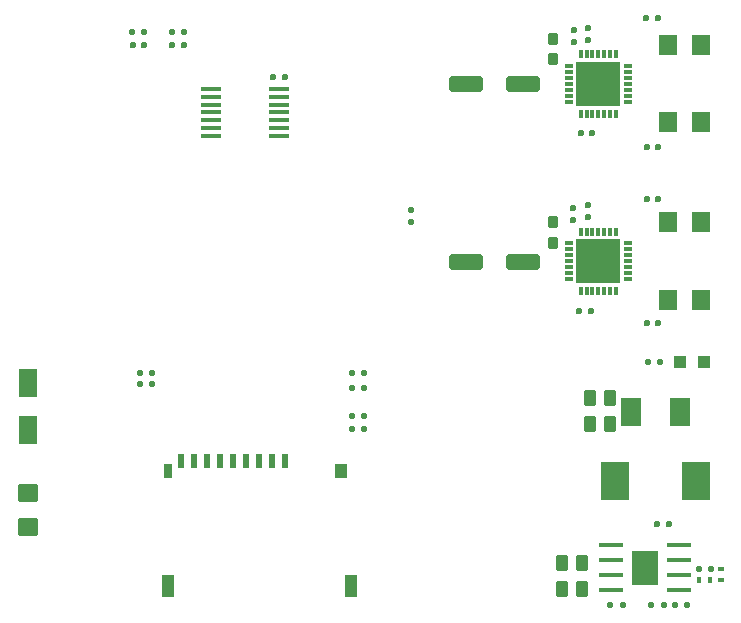
<source format=gbr>
G04 DipTrace 4.1.0.0*
G04 TopPaste.gbr*
%MOIN*%
G04 #@! TF.FileFunction,Paste,Top*
G04 #@! TF.Part,Single*
%AMOUTLINE2*
4,1,28,
0.047312,-0.025197,
-0.047312,-0.025197,
-0.049475,-0.024912,
-0.051369,-0.024127,
-0.052997,-0.022879,
-0.054245,-0.021251,
-0.05503,-0.019356,
-0.055315,-0.017194,
-0.055315,0.017194,
-0.05503,0.019356,
-0.054245,0.021251,
-0.052997,0.022879,
-0.051369,0.024127,
-0.049475,0.024912,
-0.047312,0.025197,
0.047312,0.025197,
0.049475,0.024912,
0.051369,0.024127,
0.052997,0.022879,
0.054245,0.021251,
0.05503,0.019356,
0.055315,0.017194,
0.055315,-0.017194,
0.05503,-0.019356,
0.054245,-0.021251,
0.052997,-0.022879,
0.051369,-0.024127,
0.049475,-0.024912,
0.047312,-0.025197,
0*%
%AMOUTLINE5*
4,1,28,
-0.047312,0.025197,
0.047312,0.025197,
0.049475,0.024912,
0.051369,0.024127,
0.052997,0.022879,
0.054245,0.021251,
0.05503,0.019356,
0.055315,0.017194,
0.055315,-0.017194,
0.05503,-0.019356,
0.054245,-0.021251,
0.052997,-0.022879,
0.051369,-0.024127,
0.049475,-0.024912,
0.047312,-0.025197,
-0.047312,-0.025197,
-0.049475,-0.024912,
-0.051369,-0.024127,
-0.052997,-0.022879,
-0.054245,-0.021251,
-0.05503,-0.019356,
-0.055315,-0.017194,
-0.055315,0.017194,
-0.05503,0.019356,
-0.054245,0.021251,
-0.052997,0.022879,
-0.051369,0.024127,
-0.049475,0.024912,
-0.047312,0.025197,
0*%
%AMOUTLINE8*
4,1,28,
0.005186,-0.010039,
-0.005186,-0.010039,
-0.006228,-0.009902,
-0.007078,-0.00955,
-0.007808,-0.00899,
-0.008369,-0.008259,
-0.008721,-0.007409,
-0.008858,-0.006367,
-0.008858,0.006367,
-0.008721,0.007409,
-0.008369,0.008259,
-0.007808,0.00899,
-0.007078,0.00955,
-0.006228,0.009902,
-0.005186,0.010039,
0.005186,0.010039,
0.006228,0.009902,
0.007078,0.00955,
0.007808,0.00899,
0.008369,0.008259,
0.008721,0.007409,
0.008858,0.006367,
0.008858,-0.006367,
0.008721,-0.007409,
0.008369,-0.008259,
0.007808,-0.00899,
0.007078,-0.00955,
0.006228,-0.009902,
0.005186,-0.010039,
0*%
%AMOUTLINE11*
4,1,28,
-0.005186,0.010039,
0.005186,0.010039,
0.006228,0.009902,
0.007078,0.00955,
0.007808,0.00899,
0.008369,0.008259,
0.008721,0.007409,
0.008858,0.006367,
0.008858,-0.006367,
0.008721,-0.007409,
0.008369,-0.008259,
0.007808,-0.00899,
0.007078,-0.00955,
0.006228,-0.009902,
0.005186,-0.010039,
-0.005186,-0.010039,
-0.006228,-0.009902,
-0.007078,-0.00955,
-0.007808,-0.00899,
-0.008369,-0.008259,
-0.008721,-0.007409,
-0.008858,-0.006367,
-0.008858,0.006367,
-0.008721,0.007409,
-0.008369,0.008259,
-0.007808,0.00899,
-0.007078,0.00955,
-0.006228,0.009902,
-0.005186,0.010039,
0*%
%AMOUTLINE14*
4,1,28,
-0.010039,-0.005186,
-0.010039,0.005186,
-0.009902,0.006228,
-0.00955,0.007078,
-0.00899,0.007808,
-0.008259,0.008369,
-0.007409,0.008721,
-0.006367,0.008858,
0.006367,0.008858,
0.007409,0.008721,
0.008259,0.008369,
0.00899,0.007808,
0.00955,0.007078,
0.009902,0.006228,
0.010039,0.005186,
0.010039,-0.005186,
0.009902,-0.006228,
0.00955,-0.007078,
0.00899,-0.007808,
0.008259,-0.008369,
0.007409,-0.008721,
0.006367,-0.008858,
-0.006367,-0.008858,
-0.007409,-0.008721,
-0.008259,-0.008369,
-0.00899,-0.007808,
-0.00955,-0.007078,
-0.009902,-0.006228,
-0.010039,-0.005186,
0*%
%AMOUTLINE17*
4,1,28,
0.010039,0.005186,
0.010039,-0.005186,
0.009902,-0.006228,
0.00955,-0.007078,
0.00899,-0.007808,
0.008259,-0.008369,
0.007409,-0.008721,
0.006367,-0.008858,
-0.006367,-0.008858,
-0.007409,-0.008721,
-0.008259,-0.008369,
-0.00899,-0.007808,
-0.00955,-0.007078,
-0.009902,-0.006228,
-0.010039,-0.005186,
-0.010039,0.005186,
-0.009902,0.006228,
-0.00955,0.007078,
-0.00899,0.007808,
-0.008259,0.008369,
-0.007409,0.008721,
-0.006367,0.008858,
0.006367,0.008858,
0.007409,0.008721,
0.008259,0.008369,
0.00899,0.007808,
0.00955,0.007078,
0.009902,0.006228,
0.010039,0.005186,
0*%
%AMOUTLINE20*
4,1,28,
-0.009713,0.019685,
0.009713,0.019685,
0.011876,0.0194,
0.013771,0.018615,
0.015398,0.017367,
0.016647,0.01574,
0.017432,0.013845,
0.017717,0.011682,
0.017717,-0.011682,
0.017432,-0.013845,
0.016647,-0.01574,
0.015398,-0.017367,
0.013771,-0.018615,
0.011876,-0.0194,
0.009713,-0.019685,
-0.009713,-0.019685,
-0.011876,-0.0194,
-0.013771,-0.018615,
-0.015398,-0.017367,
-0.016647,-0.01574,
-0.017432,-0.013845,
-0.017717,-0.011682,
-0.017717,0.011682,
-0.017432,0.013845,
-0.016647,0.01574,
-0.015398,0.017367,
-0.013771,0.018615,
-0.011876,0.0194,
-0.009713,0.019685,
0*%
%AMOUTLINE23*
4,1,28,
0.025855,-0.029528,
-0.025855,-0.029528,
-0.027916,-0.029256,
-0.029716,-0.028511,
-0.031262,-0.027325,
-0.032448,-0.025779,
-0.033193,-0.023979,
-0.033465,-0.021918,
-0.033465,0.021918,
-0.033193,0.023979,
-0.032448,0.025779,
-0.031262,0.027325,
-0.029716,0.028511,
-0.027916,0.029256,
-0.025855,0.029528,
0.025855,0.029528,
0.027916,0.029256,
0.029716,0.028511,
0.031262,0.027325,
0.032448,0.025779,
0.033193,0.023979,
0.033465,0.021918,
0.033465,-0.021918,
0.033193,-0.023979,
0.032448,-0.025779,
0.031262,-0.027325,
0.029716,-0.028511,
0.027916,-0.029256,
0.025855,-0.029528,
0*%
%AMOUTLINE26*
4,1,28,
-0.011879,0.026969,
0.011879,0.026969,
0.014041,0.026684,
0.015936,0.025899,
0.017564,0.02465,
0.018812,0.023023,
0.019597,0.021128,
0.019882,0.018965,
0.019882,-0.018965,
0.019597,-0.021128,
0.018812,-0.023023,
0.017564,-0.02465,
0.015936,-0.025899,
0.014041,-0.026684,
0.011879,-0.026969,
-0.011879,-0.026969,
-0.014041,-0.026684,
-0.015936,-0.025899,
-0.017564,-0.02465,
-0.018812,-0.023023,
-0.019597,-0.021128,
-0.019882,-0.018965,
-0.019882,0.018965,
-0.019597,0.021128,
-0.018812,0.023023,
-0.017564,0.02465,
-0.015936,0.025899,
-0.014041,0.026684,
-0.011879,0.026969,
0*%
%AMOUTLINE29*
4,1,28,
0.011879,-0.026969,
-0.011879,-0.026969,
-0.014041,-0.026684,
-0.015936,-0.025899,
-0.017564,-0.02465,
-0.018812,-0.023023,
-0.019597,-0.021128,
-0.019882,-0.018965,
-0.019882,0.018965,
-0.019597,0.021128,
-0.018812,0.023023,
-0.017564,0.02465,
-0.015936,0.025899,
-0.014041,0.026684,
-0.011879,0.026969,
0.011879,0.026969,
0.014041,0.026684,
0.015936,0.025899,
0.017564,0.02465,
0.018812,0.023023,
0.019597,0.021128,
0.019882,0.018965,
0.019882,-0.018965,
0.019597,-0.021128,
0.018812,-0.023023,
0.017564,-0.02465,
0.015936,-0.025899,
0.014041,-0.026684,
0.011879,-0.026969,
0*%
%AMOUTLINE32*
4,1,28,
0.004792,-0.009646,
-0.004792,-0.009646,
-0.00563,-0.009535,
-0.006291,-0.009262,
-0.006858,-0.008826,
-0.007293,-0.008259,
-0.007567,-0.007599,
-0.007677,-0.006761,
-0.007677,0.006761,
-0.007567,0.007599,
-0.007293,0.008259,
-0.006858,0.008826,
-0.006291,0.009262,
-0.00563,0.009535,
-0.004792,0.009646,
0.004792,0.009646,
0.00563,0.009535,
0.006291,0.009262,
0.006858,0.008826,
0.007293,0.008259,
0.007567,0.007599,
0.007677,0.006761,
0.007677,-0.006761,
0.007567,-0.007599,
0.007293,-0.008259,
0.006858,-0.008826,
0.006291,-0.009262,
0.00563,-0.009535,
0.004792,-0.009646,
0*%
%AMOUTLINE35*
4,1,28,
-0.004792,0.009646,
0.004792,0.009646,
0.00563,0.009535,
0.006291,0.009262,
0.006858,0.008826,
0.007293,0.008259,
0.007567,0.007599,
0.007677,0.006761,
0.007677,-0.006761,
0.007567,-0.007599,
0.007293,-0.008259,
0.006858,-0.008826,
0.006291,-0.009262,
0.00563,-0.009535,
0.004792,-0.009646,
-0.004792,-0.009646,
-0.00563,-0.009535,
-0.006291,-0.009262,
-0.006858,-0.008826,
-0.007293,-0.008259,
-0.007567,-0.007599,
-0.007677,-0.006761,
-0.007677,0.006761,
-0.007567,0.007599,
-0.007293,0.008259,
-0.006858,0.008826,
-0.006291,0.009262,
-0.00563,0.009535,
-0.004792,0.009646,
0*%
%AMOUTLINE38*
4,1,28,
-0.009646,-0.004792,
-0.009646,0.004792,
-0.009535,0.00563,
-0.009262,0.006291,
-0.008826,0.006858,
-0.008259,0.007293,
-0.007599,0.007567,
-0.006761,0.007677,
0.006761,0.007677,
0.007599,0.007567,
0.008259,0.007293,
0.008826,0.006858,
0.009262,0.006291,
0.009535,0.00563,
0.009646,0.004792,
0.009646,-0.004792,
0.009535,-0.00563,
0.009262,-0.006291,
0.008826,-0.006858,
0.008259,-0.007293,
0.007599,-0.007567,
0.006761,-0.007677,
-0.006761,-0.007677,
-0.007599,-0.007567,
-0.008259,-0.007293,
-0.008826,-0.006858,
-0.009262,-0.006291,
-0.009535,-0.00563,
-0.009646,-0.004792,
0*%
%AMOUTLINE41*
4,1,28,
0.009646,0.004792,
0.009646,-0.004792,
0.009535,-0.00563,
0.009262,-0.006291,
0.008826,-0.006858,
0.008259,-0.007293,
0.007599,-0.007567,
0.006761,-0.007677,
-0.006761,-0.007677,
-0.007599,-0.007567,
-0.008259,-0.007293,
-0.008826,-0.006858,
-0.009262,-0.006291,
-0.009535,-0.00563,
-0.009646,-0.004792,
-0.009646,0.004792,
-0.009535,0.00563,
-0.009262,0.006291,
-0.008826,0.006858,
-0.008259,0.007293,
-0.007599,0.007567,
-0.006761,0.007677,
0.006761,0.007677,
0.007599,0.007567,
0.008259,0.007293,
0.008826,0.006858,
0.009262,0.006291,
0.009535,0.00563,
0.009646,0.004792,
0*%
%AMOUTLINE44*
4,1,28,
0.010236,0.005186,
0.010236,-0.005186,
0.010112,-0.006126,
0.0098,-0.006881,
0.009302,-0.00753,
0.008653,-0.008028,
0.007897,-0.008341,
0.006958,-0.008465,
-0.006958,-0.008465,
-0.007897,-0.008341,
-0.008653,-0.008028,
-0.009302,-0.00753,
-0.0098,-0.006881,
-0.010112,-0.006126,
-0.010236,-0.005186,
-0.010236,0.005186,
-0.010112,0.006126,
-0.0098,0.006881,
-0.009302,0.00753,
-0.008653,0.008028,
-0.007897,0.008341,
-0.006958,0.008465,
0.006958,0.008465,
0.007897,0.008341,
0.008653,0.008028,
0.009302,0.00753,
0.0098,0.006881,
0.010112,0.006126,
0.010236,0.005186,
0*%
%AMOUTLINE47*
4,1,28,
-0.010236,-0.005186,
-0.010236,0.005186,
-0.010112,0.006126,
-0.0098,0.006881,
-0.009302,0.00753,
-0.008653,0.008028,
-0.007897,0.008341,
-0.006958,0.008465,
0.006958,0.008465,
0.007897,0.008341,
0.008653,0.008028,
0.009302,0.00753,
0.0098,0.006881,
0.010112,0.006126,
0.010236,0.005186,
0.010236,-0.005186,
0.010112,-0.006126,
0.0098,-0.006881,
0.009302,-0.00753,
0.008653,-0.008028,
0.007897,-0.008341,
0.006958,-0.008465,
-0.006958,-0.008465,
-0.007897,-0.008341,
-0.008653,-0.008028,
-0.009302,-0.00753,
-0.0098,-0.006881,
-0.010112,-0.006126,
-0.010236,-0.005186,
0*%
%AMOUTLINE50*
4,1,28,
0.005186,-0.010236,
-0.005186,-0.010236,
-0.006126,-0.010112,
-0.006881,-0.0098,
-0.00753,-0.009302,
-0.008028,-0.008653,
-0.008341,-0.007897,
-0.008465,-0.006958,
-0.008465,0.006958,
-0.008341,0.007897,
-0.008028,0.008653,
-0.00753,0.009302,
-0.006881,0.0098,
-0.006126,0.010112,
-0.005186,0.010236,
0.005186,0.010236,
0.006126,0.010112,
0.006881,0.0098,
0.00753,0.009302,
0.008028,0.008653,
0.008341,0.007897,
0.008465,0.006958,
0.008465,-0.006958,
0.008341,-0.007897,
0.008028,-0.008653,
0.00753,-0.009302,
0.006881,-0.0098,
0.006126,-0.010112,
0.005186,-0.010236,
0*%
%AMOUTLINE53*
4,1,28,
-0.005186,0.010236,
0.005186,0.010236,
0.006126,0.010112,
0.006881,0.0098,
0.00753,0.009302,
0.008028,0.008653,
0.008341,0.007897,
0.008465,0.006958,
0.008465,-0.006958,
0.008341,-0.007897,
0.008028,-0.008653,
0.00753,-0.009302,
0.006881,-0.0098,
0.006126,-0.010112,
0.005186,-0.010236,
-0.005186,-0.010236,
-0.006126,-0.010112,
-0.006881,-0.0098,
-0.00753,-0.009302,
-0.008028,-0.008653,
-0.008341,-0.007897,
-0.008465,-0.006958,
-0.008465,0.006958,
-0.008341,0.007897,
-0.008028,0.008653,
-0.00753,0.009302,
-0.006881,0.0098,
-0.006126,0.010112,
-0.005186,0.010236,
0*%
%ADD39R,0.027559X0.051181*%
%ADD45R,0.011811X0.027559*%
%ADD46R,0.027559X0.011811*%
%ADD47R,0.145669X0.145669*%
%ADD64R,0.066929X0.011811*%
%ADD66R,0.090551X0.11811*%
%ADD68R,0.080709X0.01378*%
%ADD77R,0.043307X0.051181*%
%ADD79R,0.043307X0.074803*%
%ADD80R,0.023622X0.047244*%
%ADD82R,0.059055X0.066929*%
%ADD86R,0.043307X0.043307*%
%ADD88R,0.070866X0.094488*%
%ADD102R,0.094488X0.125984*%
%ADD104R,0.062992X0.094488*%
%ADD110OUTLINE2*%
%ADD113OUTLINE5*%
%ADD116OUTLINE8*%
%ADD119OUTLINE11*%
%ADD122OUTLINE14*%
%ADD125OUTLINE17*%
%ADD128OUTLINE20*%
%ADD131OUTLINE23*%
%ADD134OUTLINE26*%
%ADD137OUTLINE29*%
%ADD140OUTLINE32*%
%ADD143OUTLINE35*%
%ADD146OUTLINE38*%
%ADD149OUTLINE41*%
%ADD152OUTLINE44*%
%ADD155OUTLINE47*%
%ADD158OUTLINE50*%
%ADD161OUTLINE53*%
%FSLAX26Y26*%
G04*
G70*
G90*
G75*
G01*
G04 TopPaste*
%LPD*%
D110*
X2169169Y1613715D3*
D113*
X1980193D3*
D116*
X2621476Y1412487D3*
D119*
X2582894D3*
D116*
X2621476Y1825873D3*
D119*
X2582894D3*
D122*
X2338106Y1755424D3*
D125*
Y1794007D3*
X2387016Y1803635D3*
D122*
Y1765052D3*
D119*
X1000118Y2337766D3*
D116*
X1038701D3*
X907056D3*
D119*
X868474D3*
D128*
X2268516Y1746231D3*
Y1679302D3*
D116*
X2396419Y1450265D3*
D119*
X2357836D3*
D131*
X519016Y732648D3*
Y842885D3*
D110*
X2169169Y2207762D3*
D113*
X1980193D3*
D116*
X2621476Y1999101D3*
D119*
X2582894D3*
D116*
X2619609Y2427407D3*
D119*
X2581026D3*
D122*
X2339716Y2347474D3*
D125*
X2339715Y2386056D3*
D119*
X2616486Y740147D3*
D116*
X2655068D3*
D125*
X2386505Y2393013D3*
D122*
Y2354430D3*
D134*
X2299890Y523126D3*
D137*
X2366819D3*
D134*
X2299890Y610681D3*
D137*
X2366819D3*
D134*
X2394404Y1161180D3*
D137*
X2461333D3*
D134*
X2394404Y1074566D3*
D137*
X2461333D3*
D128*
X2269016Y2357962D3*
Y2291033D3*
D116*
X2400807Y2044016D3*
D119*
X2362224D3*
D140*
X2794623Y553392D3*
D143*
X2757615D3*
D146*
X2829008Y554077D3*
D149*
Y591085D3*
D119*
X1338110Y2231516D3*
D116*
X1376693D3*
D104*
X519016Y1052766D3*
Y1210247D3*
D102*
X2747655Y883286D3*
X2476001D3*
D88*
X2692537Y1112814D3*
X2531119D3*
D86*
X2691917Y1281516D3*
X2774594D3*
D152*
X1798016Y1789041D3*
D155*
Y1748490D3*
D158*
X1039291Y2381516D3*
D161*
X998740D3*
X867490D3*
D158*
X908041D3*
D82*
X2763602Y1747133D3*
X2653366D3*
X2763602Y1487290D3*
X2653366D3*
D161*
X2586240Y1281516D3*
D158*
X2626791D3*
X2638871Y470713D3*
D161*
X2598320D3*
D158*
X2501791D3*
D161*
X2461240D3*
D158*
X2796501Y591231D3*
D161*
X2755950D3*
D158*
X2716835Y470804D3*
D161*
X2676283D3*
D82*
X2763602Y2336156D3*
X2653366D3*
X2763602Y2080357D3*
X2653366D3*
D158*
X933042Y1244016D3*
D161*
X892491D3*
X1598740D3*
D158*
X1639291D3*
D161*
X1598740Y1100265D3*
D158*
X1639291D3*
D161*
X892491Y1206516D3*
D158*
X933042D3*
X1639291Y1194016D3*
D161*
X1598740D3*
D158*
X1639291Y1056516D3*
D161*
X1598740D3*
D80*
X1375280Y950901D3*
X1331973Y950900D3*
X1288666Y950899D3*
X1245359Y950898D3*
X1202052D3*
X1158745Y950897D3*
X1115438Y950896D3*
X1072131Y950895D3*
X1028824Y950894D3*
D79*
X1596548Y535550D3*
D77*
X1563470Y917440D3*
D39*
X985517Y917429D3*
D79*
X985524Y535539D3*
D45*
X2480137Y1715631D3*
X2460452D3*
X2440767D3*
X2421082D3*
X2401397D3*
X2381712D3*
X2362027D3*
D46*
X2322656Y1676264D3*
Y1656579D3*
Y1636894D3*
Y1617209D3*
Y1597524D3*
Y1577839D3*
Y1558154D3*
D45*
X2362027Y1518783D3*
X2381712D3*
X2401397D3*
X2421082D3*
X2440767D3*
X2460452D3*
X2480137D3*
D46*
X2519503Y1558154D3*
Y1577839D3*
Y1597524D3*
Y1617209D3*
Y1636894D3*
Y1656579D3*
Y1676264D3*
D47*
X2421082Y1617209D3*
D45*
X2480137Y2306182D3*
X2460452D3*
X2440767D3*
X2421082D3*
X2401397D3*
X2381712D3*
X2362027D3*
D46*
X2322656Y2266816D3*
Y2247131D3*
Y2227446D3*
Y2207760D3*
Y2188075D3*
Y2168390D3*
Y2148705D3*
D45*
X2362027Y2109334D3*
X2381712D3*
X2401397D3*
X2421082D3*
X2440767D3*
X2460452D3*
X2480137D3*
D46*
X2519503Y2148705D3*
Y2168390D3*
Y2188075D3*
Y2207760D3*
Y2227446D3*
Y2247131D3*
Y2266816D3*
D47*
X2421082Y2207760D3*
D68*
X2464488Y669705D3*
Y619705D3*
Y569705D3*
Y519705D3*
X2690866D3*
Y569705D3*
Y619705D3*
Y669705D3*
D66*
X2577677Y594705D3*
D64*
X1129843Y2189538D3*
Y2163948D3*
Y2138357D3*
Y2112766D3*
Y2087176D3*
Y2061585D3*
X1129850Y2035995D3*
X1358189D3*
Y2061585D3*
Y2087176D3*
Y2112766D3*
Y2138357D3*
Y2163948D3*
Y2189538D3*
M02*

</source>
